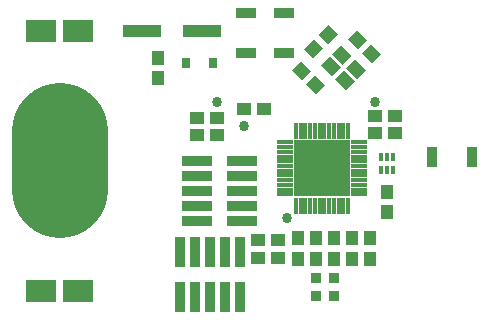
<source format=gts>
G75*
G70*
%OFA0B0*%
%FSLAX24Y24*%
%IPPOS*%
%LPD*%
%AMOC8*
5,1,8,0,0,1.08239X$1,22.5*
%
%ADD10R,0.0552X0.0129*%
%ADD11R,0.1875X0.1875*%
%ADD12R,0.0129X0.0552*%
%ADD13R,0.0473X0.0434*%
%ADD14R,0.0434X0.0473*%
%ADD15R,0.0512X0.0434*%
%ADD16R,0.0288X0.0367*%
%ADD17R,0.0355X0.0355*%
%ADD18R,0.0331X0.1030*%
%ADD19R,0.1030X0.0331*%
%ADD20R,0.0138X0.0257*%
%ADD21R,0.0355X0.0670*%
%ADD22R,0.1280X0.0434*%
%ADD23R,0.1040X0.0740*%
%ADD24C,0.3190*%
%ADD25R,0.0709X0.0355*%
%ADD26C,0.0340*%
D10*
X011482Y006116D03*
X011482Y005959D03*
X011482Y005801D03*
X011482Y005644D03*
X011482Y005486D03*
X011482Y005329D03*
X011482Y005171D03*
X011482Y005014D03*
X011482Y004856D03*
X011482Y004699D03*
X011482Y004541D03*
X011482Y004384D03*
X013978Y004384D03*
X013978Y004541D03*
X013978Y004699D03*
X013978Y004856D03*
X013978Y005014D03*
X013978Y005171D03*
X013978Y005329D03*
X013978Y005486D03*
X013978Y005644D03*
X013978Y005801D03*
X013978Y005959D03*
X013978Y006116D03*
D11*
X012730Y005250D03*
D12*
X011864Y004002D03*
X012021Y004002D03*
X012179Y004002D03*
X012336Y004002D03*
X012494Y004002D03*
X012651Y004002D03*
X012809Y004002D03*
X012966Y004002D03*
X013124Y004002D03*
X013281Y004002D03*
X013439Y004002D03*
X013596Y004002D03*
X013596Y006498D03*
X013439Y006498D03*
X013281Y006498D03*
X013124Y006498D03*
X012966Y006498D03*
X012809Y006498D03*
X012651Y006498D03*
X012494Y006498D03*
X012336Y006498D03*
X012179Y006498D03*
X012021Y006498D03*
X011864Y006498D03*
D13*
X014485Y006420D03*
X015155Y006420D03*
X010117Y007230D03*
X010787Y007230D03*
X009225Y006920D03*
X008555Y006920D03*
X008555Y006370D03*
X009225Y006370D03*
X014485Y007000D03*
X015155Y007000D03*
G36*
X012504Y008363D02*
X012837Y008030D01*
X012530Y007723D01*
X012197Y008056D01*
X012504Y008363D01*
G37*
G36*
X012030Y008837D02*
X012363Y008504D01*
X012056Y008197D01*
X011723Y008530D01*
X012030Y008837D01*
G37*
G36*
X013926Y009237D02*
X013593Y009570D01*
X013900Y009877D01*
X014233Y009544D01*
X013926Y009237D01*
G37*
G36*
X014400Y008763D02*
X014067Y009096D01*
X014374Y009403D01*
X014707Y009070D01*
X014400Y008763D01*
G37*
G36*
X012607Y009694D02*
X012940Y010027D01*
X013247Y009720D01*
X012914Y009387D01*
X012607Y009694D01*
G37*
G36*
X012133Y009220D02*
X012466Y009553D01*
X012773Y009246D01*
X012440Y008913D01*
X012133Y009220D01*
G37*
X011275Y002270D03*
X010605Y002270D03*
X011275Y002870D03*
X010605Y002870D03*
D14*
X011940Y002915D03*
X011940Y002245D03*
X013740Y002245D03*
X013740Y002915D03*
X014340Y002915D03*
X014340Y002245D03*
X007277Y008248D03*
X007277Y008918D03*
X012540Y002245D03*
X012540Y002915D03*
X013140Y002245D03*
X013140Y002915D03*
X014910Y004465D03*
X014910Y003795D03*
D15*
G36*
X013831Y008888D02*
X014192Y008527D01*
X013885Y008220D01*
X013524Y008581D01*
X013831Y008888D01*
G37*
G36*
X013357Y009362D02*
X013718Y009001D01*
X013411Y008694D01*
X013050Y009055D01*
X013357Y009362D01*
G37*
G36*
X012995Y009000D02*
X013356Y008639D01*
X013049Y008332D01*
X012688Y008693D01*
X012995Y009000D01*
G37*
G36*
X013469Y008526D02*
X013830Y008165D01*
X013523Y007858D01*
X013162Y008219D01*
X013469Y008526D01*
G37*
D16*
X008197Y008768D03*
X009103Y008768D03*
D17*
X012540Y001595D03*
X012540Y001005D03*
X013140Y001595D03*
X013140Y001005D03*
D18*
X010000Y000965D03*
X009500Y000965D03*
X009000Y000965D03*
X008500Y000965D03*
X008000Y000965D03*
X008000Y002455D03*
X008500Y002455D03*
X009000Y002455D03*
X009500Y002455D03*
X010000Y002455D03*
D19*
X008565Y003500D03*
X008565Y004000D03*
X008565Y004500D03*
X008565Y005000D03*
X008565Y005500D03*
X010055Y005500D03*
X010055Y005000D03*
X010055Y004500D03*
X010055Y004000D03*
X010055Y003500D03*
D20*
X014713Y005634D03*
X014910Y005634D03*
X015107Y005634D03*
X014713Y005182D03*
X014910Y005182D03*
X015107Y005182D03*
D21*
X016394Y005635D03*
X017732Y005635D03*
D22*
X006736Y009830D03*
X008724Y009830D03*
D23*
X004590Y009831D03*
X004590Y001169D03*
X003370Y009831D03*
X003370Y001169D03*
D24*
X003980Y004516D02*
X003980Y006484D01*
D25*
X011460Y010439D03*
X011460Y009101D03*
X010210Y010429D03*
X010210Y009091D03*
D26*
X014480Y007450D03*
X009220Y007450D03*
X010118Y006676D03*
X011566Y003604D03*
M02*

</source>
